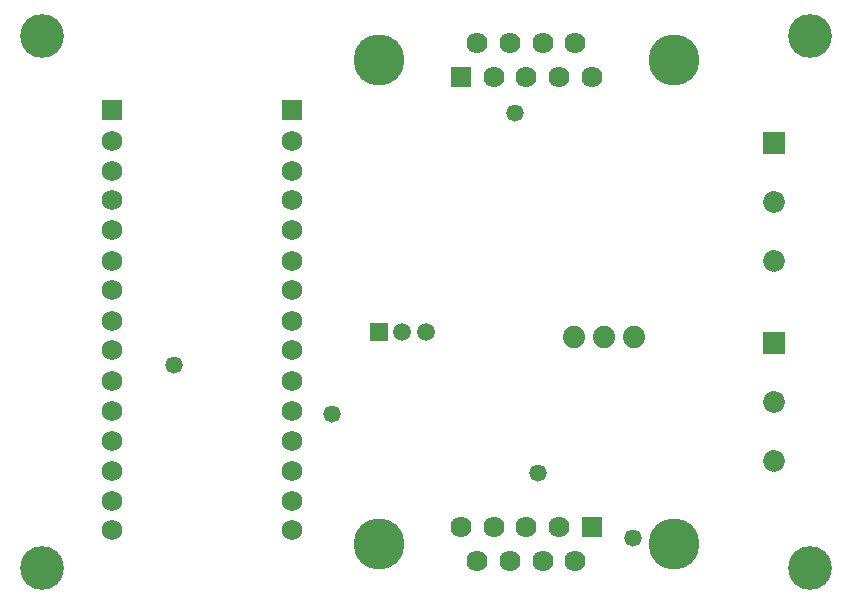
<source format=gbs>
G04*
G04 #@! TF.GenerationSoftware,Altium Limited,Altium Designer,23.4.1 (23)*
G04*
G04 Layer_Color=16711935*
%FSLAX42Y42*%
%MOMM*%
G71*
G04*
G04 #@! TF.SameCoordinates,9F17B6EC-CAF7-4D44-AAD4-BEE513544B2B*
G04*
G04*
G04 #@! TF.FilePolarity,Negative*
G04*
G01*
G75*
%ADD20R,1.85X1.85*%
%ADD21C,1.85*%
%ADD22R,1.52X1.52*%
%ADD23C,1.52*%
%ADD24R,1.73X1.73*%
%ADD25C,1.73*%
%ADD26C,4.32*%
%ADD27R,1.78X1.78*%
%ADD28C,1.78*%
%ADD29C,1.88*%
%ADD30C,3.70*%
%ADD31C,1.47*%
D20*
X6450Y3850D02*
D03*
Y2150D02*
D03*
D21*
Y3350D02*
D03*
Y2850D02*
D03*
Y1150D02*
D03*
Y1650D02*
D03*
D22*
X3100Y2250D02*
D03*
D23*
X3300D02*
D03*
X3500D02*
D03*
D24*
X2362Y4122D02*
D03*
X838D02*
D03*
D25*
X2362Y3867D02*
D03*
Y3613D02*
D03*
Y3360D02*
D03*
Y3106D02*
D03*
Y2851D02*
D03*
Y2598D02*
D03*
Y2343D02*
D03*
Y2090D02*
D03*
Y1835D02*
D03*
Y1581D02*
D03*
Y1327D02*
D03*
Y1073D02*
D03*
Y819D02*
D03*
Y566D02*
D03*
X838Y3867D02*
D03*
Y3613D02*
D03*
Y3360D02*
D03*
Y3106D02*
D03*
Y2851D02*
D03*
Y2598D02*
D03*
Y2343D02*
D03*
Y2090D02*
D03*
Y1835D02*
D03*
Y1581D02*
D03*
Y1327D02*
D03*
Y1073D02*
D03*
Y819D02*
D03*
Y566D02*
D03*
D26*
X3100Y4550D02*
D03*
X5599D02*
D03*
Y450D02*
D03*
X3100D02*
D03*
D27*
X3796Y4408D02*
D03*
X4904Y592D02*
D03*
D28*
X4073Y4408D02*
D03*
X4350D02*
D03*
X4488Y4692D02*
D03*
X4627Y4408D02*
D03*
X4765Y4692D02*
D03*
X4904Y4408D02*
D03*
X4212Y4692D02*
D03*
X3935D02*
D03*
X4627Y592D02*
D03*
X4350D02*
D03*
X4212Y308D02*
D03*
X4073Y592D02*
D03*
X3935Y308D02*
D03*
X3796Y592D02*
D03*
X4488Y308D02*
D03*
X4765D02*
D03*
D29*
X4750Y2200D02*
D03*
X5258D02*
D03*
X5004D02*
D03*
D30*
X250Y4750D02*
D03*
X6750Y250D02*
D03*
Y4750D02*
D03*
X250Y250D02*
D03*
D31*
X1370Y1970D02*
D03*
X4450Y1050D02*
D03*
X4250Y4100D02*
D03*
X5250Y500D02*
D03*
X2700Y1550D02*
D03*
M02*

</source>
